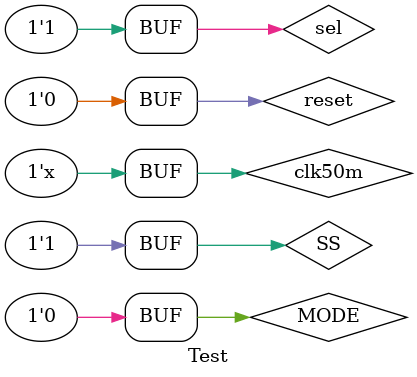
<source format=v>
`timescale 1ns / 1ps


module Test;

	// Inputs
	reg clk50m;
	reg sel;
	reg reset;
	reg SS;
	reg MODE;

	// Outputs
	wire [7:0] out;

	// Instantiate the Unit Under Test (UUT)
	Counter2Speed uut (
		.clk50m(clk50m), 
		.sel(sel), 
		.reset(reset), 
		.SS(SS), 
		.MODE(MODE), 
		.out(out)
	);

	initial begin
		// Initialize Inputs
		clk50m = 0;
		sel = 1;
		reset = 1;
		SS = 1;
		MODE = 0;
		#20 reset = 0;

		end
		always begin 
		#10 clk50m = ~clk50m;
	end
      
endmodule


</source>
